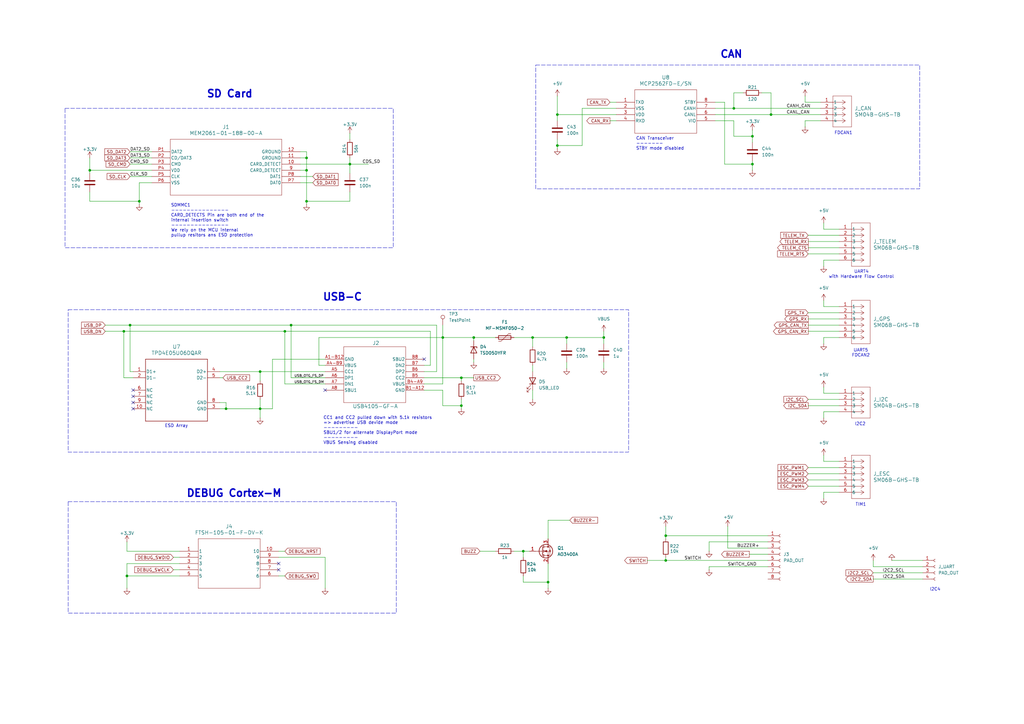
<source format=kicad_sch>
(kicad_sch (version 20250114) (generator "eeschema") (generator_version "9.0")
  (paper "A3")
  (lib_symbols
    (symbol "Connector:Conn_01x04_Socket" (pin_names (offset 1.016) (hide yes))
      (property "Reference" "J" (at 0 5.08 0))
      (property "Value" "Conn_01x04_Socket" (at 0 -7.62 0))
      (symbol "Conn_01x04_Socket_1_1"
        (pin passive line (at -5.08 2.54 0) (length 3.81) (name "Pin_1") (number "1"))
        (pin passive line (at -5.08 0 0) (length 3.81) (name "Pin_2") (number "2"))
        (pin passive line (at -5.08 -2.54 0) (length 3.81) (name "Pin_3") (number "3"))
        (pin passive line (at -5.08 -5.08 0) (length 3.81) (name "Pin_4") (number "4"))
      )
    )
    (symbol "Connector:Conn_01x08_Socket" (pin_names (offset 1.016) (hide yes))
      (property "Reference" "J" (at 0 10.16 0))
      (property "Value" "Conn_01x08_Socket" (at 0 -12.7 0))
      (symbol "Conn_01x08_Socket_1_1"
        (pin passive line (at -5.08 7.62 0) (length 3.81) (name "Pin_1") (number "1"))
        (pin passive line (at -5.08 5.08 0) (length 3.81) (name "Pin_2") (number "2"))
        (pin passive line (at -5.08 2.54 0) (length 3.81) (name "Pin_3") (number "3"))
        (pin passive line (at -5.08 0 0) (length 3.81) (name "Pin_4") (number "4"))
        (pin passive line (at -5.08 -2.54 0) (length 3.81) (name "Pin_5") (number "5"))
        (pin passive line (at -5.08 -5.08 0) (length 3.81) (name "Pin_6") (number "6"))
        (pin passive line (at -5.08 -7.62 0) (length 3.81) (name "Pin_7") (number "7"))
        (pin passive line (at -5.08 -10.16 0) (length 3.81) (name "Pin_8") (number "8"))
      )
    )
    (symbol "Connector:TestPoint" (pin_numbers (hide yes)) (pin_names (offset 0.762) (hide yes))
      (property "Reference" "TP" (at 0 6.858 0))
      (property "Value" "TestPoint" (at 0 5.08 0))
      (symbol "TestPoint_1_1"
        (pin passive line (at 0 0 90) (length 2.54) (name "1") (number "1"))
      )
    )
    (symbol "Device:C" (pin_numbers (hide yes)) (pin_names (offset 0.254))
      (property "Reference" "C" (at 0.635 2.54 0))
      (property "Value" "C" (at 0.635 -2.54 0))
      (symbol "C_1_1"
        (pin passive line (at 0 3.81 270) (length 2.794) (name "~") (number "1"))
        (pin passive line (at 0 -3.81 90) (length 2.794) (name "~") (number "2"))
      )
    )
    (symbol "Device:LED" (pin_numbers (hide yes)) (pin_names (offset 1.016) (hide yes))
      (property "Reference" "D" (at 0 2.54 0))
      (property "Value" "LED" (at 0 -2.54 0))
      (symbol "LED_1_1"
        (pin passive line (at -3.81 0 0) (length 2.54) (name "K") (number "1"))
        (pin passive line (at 3.81 0 180) (length 2.54) (name "A") (number "2"))
      )
    )
    (symbol "Device:Polyfuse" (pin_numbers (hide yes)) (pin_names (offset 0))
      (property "Reference" "F" (at -2.54 0 90))
      (property "Value" "Polyfuse" (at 2.54 0 90))
      (symbol "Polyfuse_1_1"
        (pin passive line (at 0 3.81 270) (length 1.27) (name "~") (number "1"))
        (pin passive line (at 0 -3.81 90) (length 1.27) (name "~") (number "2"))
      )
    )
    (symbol "Device:R" (pin_numbers (hide yes)) (pin_names (offset 0))
      (property "Reference" "R" (at 2.032 0 90))
      (property "Value" "R" (at 0 0 90))
      (symbol "R_1_1"
        (pin passive line (at 0 3.81 270) (length 1.27) (name "~") (number "1"))
        (pin passive line (at 0 -3.81 90) (length 1.27) (name "~") (number "2"))
      )
    )
    (symbol "Diode:ESD5Zxx" (pin_numbers (hide yes)) (pin_names (hide yes))
      (property "Reference" "D" (at 0 2.54 0))
      (property "Value" "ESD5Zxx" (at 0 -2.54 0))
      (symbol "ESD5Zxx_1_1"
        (pin passive line (at -3.81 0 0) (length 2.54) (name "K") (number "1"))
        (pin passive line (at 3.81 0 180) (length 2.54) (name "A") (number "2"))
      )
    )
    (symbol "FTSH-105-import:FTSH-105-01-F-DV-K" (pin_names (offset 0.254))
      (property "Reference" "J" (at 20.32 10.16 0))
      (property "Value" "FTSH-105-01-F-DV-K" (at 20.32 7.62 0))
      (symbol "FTSH-105-01-F-DV-K_0_1"
        (pin unspecified line (at 0 0 0) (length 7.62) (name "1") (number "1"))
        (pin unspecified line (at 0 -2.54 0) (length 7.62) (name "2") (number "2"))
        (pin unspecified line (at 0 -5.08 0) (length 7.62) (name "3") (number "3"))
        (pin unspecified line (at 0 -7.62 0) (length 7.62) (name "4") (number "4"))
        (pin unspecified line (at 0 -10.16 0) (length 7.62) (name "5") (number "5"))
        (pin unspecified line (at 40.64 0 180) (length 7.62) (name "10") (number "10"))
        (pin unspecified line (at 40.64 -2.54 180) (length 7.62) (name "9") (number "9"))
        (pin unspecified line (at 40.64 -5.08 180) (length 7.62) (name "8") (number "8"))
        (pin unspecified line (at 40.64 -7.62 180) (length 7.62) (name "7") (number "7"))
        (pin unspecified line (at 40.64 -10.16 180) (length 7.62) (name "6") (number "6"))
      )
    )
    (symbol "GH-4P-import:SM04B-GHS-TB" (pin_names (offset 0.254))
      (property "Reference" "J" (at 8.89 6.35 0))
      (property "Value" "SM04B-GHS-TB" (at 0 0 0))
      (symbol "SM04B-GHS-TB_1_1"
        (pin unspecified line (at 0 0 0) (length 5.08) (name "1") (number "1"))
        (pin unspecified line (at 0 -2.54 0) (length 5.08) (name "2") (number "2"))
        (pin unspecified line (at 0 -5.08 0) (length 5.08) (name "3") (number "3"))
        (pin unspecified line (at 0 -7.62 0) (length 5.08) (name "4") (number "4"))
      )
      (symbol "SM04B-GHS-TB_1_2"
        (pin unspecified line (at 0 0 0) (length 5.08) (name "1") (number "1"))
        (pin unspecified line (at 0 -2.54 0) (length 5.08) (name "2") (number "2"))
        (pin unspecified line (at 0 -5.08 0) (length 5.08) (name "3") (number "3"))
        (pin unspecified line (at 0 -7.62 0) (length 5.08) (name "4") (number "4"))
      )
    )
    (symbol "GH-6P-import:SM06B-GHS-TB" (pin_names (offset 0.254))
      (property "Reference" "J" (at 8.89 6.35 0))
      (property "Value" "SM06B-GHS-TB" (at 0 0 0))
      (symbol "SM06B-GHS-TB_1_1"
        (pin unspecified line (at 0 0 0) (length 5.08) (name "1") (number "1"))
        (pin unspecified line (at 0 -2.54 0) (length 5.08) (name "2") (number "2"))
        (pin unspecified line (at 0 -5.08 0) (length 5.08) (name "3") (number "3"))
        (pin unspecified line (at 0 -7.62 0) (length 5.08) (name "4") (number "4"))
        (pin unspecified line (at 0 -10.16 0) (length 5.08) (name "5") (number "5"))
        (pin unspecified line (at 0 -12.7 0) (length 5.08) (name "6") (number "6"))
      )
      (symbol "SM06B-GHS-TB_1_2"
        (pin unspecified line (at 0 0 0) (length 5.08) (name "1") (number "1"))
        (pin unspecified line (at 0 -2.54 0) (length 5.08) (name "2") (number "2"))
        (pin unspecified line (at 0 -5.08 0) (length 5.08) (name "3") (number "3"))
        (pin unspecified line (at 0 -7.62 0) (length 5.08) (name "4") (number "4"))
        (pin unspecified line (at 0 -10.16 0) (length 5.08) (name "5") (number "5"))
        (pin unspecified line (at 0 -12.7 0) (length 5.08) (name "6") (number "6"))
      )
    )
    (symbol "MCP2562FD-E-SN-import:MCP2562FD-E_SN" (pin_names (offset 0.254))
      (property "Reference" "U" (at 20.32 10.16 0))
      (property "Value" "MCP2562FD-E/SN" (at 20.32 7.62 0))
      (symbol "MCP2562FD-E_SN_0_1"
        (pin input line (at 0 0 0) (length 7.62) (name "TXD") (number "1"))
        (pin power_in line (at 0 -2.54 0) (length 7.62) (name "VSS") (number "2"))
        (pin power_in line (at 0 -5.08 0) (length 7.62) (name "VDD") (number "3"))
        (pin output line (at 0 -7.62 0) (length 7.62) (name "RXD") (number "4"))
        (pin input line (at 40.64 0 180) (length 7.62) (name "STBY") (number "8"))
        (pin bidirectional line (at 40.64 -2.54 180) (length 7.62) (name "CANH") (number "7"))
        (pin bidirectional line (at 40.64 -5.08 180) (length 7.62) (name "CANL") (number "6"))
        (pin power_in line (at 40.64 -7.62 180) (length 7.62) (name "VIO") (number "5"))
      )
    )
    (symbol "MEM2061-import:MEM2061-01-188-00-A" (pin_names (offset 0.254))
      (property "Reference" "J" (at 30.48 10.16 0))
      (property "Value" "MEM2061-01-188-00-A" (at 30.48 7.62 0))
      (symbol "MEM2061-01-188-00-A_0_1"
        (pin bidirectional line (at 0 0 0) (length 7.62) (name "DAT2") (number "P1"))
        (pin bidirectional line (at 0 -2.54 0) (length 7.62) (name "CD/DAT3") (number "P2"))
        (pin bidirectional line (at 0 -5.08 0) (length 7.62) (name "CMD") (number "P3"))
        (pin power_in line (at 0 -7.62 0) (length 7.62) (name "VDD") (number "P4"))
        (pin unspecified line (at 0 -10.16 0) (length 7.62) (name "CLK") (number "P5"))
        (pin power_out line (at 0 -12.7 0) (length 7.62) (name "VSS") (number "P6"))
        (pin power_out line (at 60.96 0 180) (length 7.62) (name "GROUND") (number "12"))
        (pin power_out line (at 60.96 -2.54 180) (length 7.62) (name "GROUND") (number "11"))
        (pin unspecified line (at 60.96 -5.08 180) (length 7.62) (name "CARD_DETECT") (number "10"))
        (pin unspecified line (at 60.96 -7.62 180) (length 7.62) (name "CARD_DETECT") (number "9"))
        (pin bidirectional line (at 60.96 -10.16 180) (length 7.62) (name "DAT1") (number "P8"))
        (pin bidirectional line (at 60.96 -12.7 180) (length 7.62) (name "DAT0") (number "P7"))
      )
    )
    (symbol "TPD4E05U06-import:TPD4E05U06DQAR" (pin_names (offset 0.254))
      (property "Reference" "U" (at 0 2.54 0))
      (property "Value" "TPD4E05U06DQAR" (at 0 0 0))
      (symbol "TPD4E05U06DQAR_0_1"
        (pin bidirectional line (at -17.78 7.62 0) (length 5.08) (name "D1+") (number "1"))
        (pin bidirectional line (at -17.78 5.08 0) (length 5.08) (name "D1-") (number "2"))
        (pin unspecified line (at -17.78 0 0) (length 5.08) (name "NC") (number "6"))
        (pin unspecified line (at -17.78 -2.54 0) (length 5.08) (name "NC") (number "7"))
        (pin unspecified line (at -17.78 -5.08 0) (length 5.08) (name "NC") (number "9"))
        (pin unspecified line (at -17.78 -7.62 0) (length 5.08) (name "NC") (number "10"))
        (pin bidirectional line (at 17.78 7.62 180) (length 5.08) (name "D2+") (number "4"))
        (pin bidirectional line (at 17.78 5.08 180) (length 5.08) (name "D2-") (number "5"))
        (pin power_in line (at 17.78 -5.08 180) (length 5.08) (name "GND") (number "8"))
        (pin power_in line (at 17.78 -7.62 180) (length 5.08) (name "GND") (number "3"))
      )
    )
    (symbol "Transistor_FET:AO3400A" (pin_names (offset 0) (hide yes))
      (property "Reference" "Q" (at 5.08 1.905 0))
      (property "Value" "AO3400A" (at 5.08 0 0))
      (symbol "AO3400A_1_1"
        (pin input line (at -5.08 0 0) (length 2.54) (name "G") (number "1"))
        (pin passive line (at 2.54 5.08 270) (length 2.54) (name "D") (number "3"))
        (pin passive line (at 2.54 -5.08 90) (length 2.54) (name "S") (number "2"))
      )
    )
    (symbol "USB4105-import:USB4105-GF-A" (pin_names (offset 0.254))
      (property "Reference" "J" (at 20.32 10.16 0))
      (property "Value" "USB4105-GF-A" (at 20.32 7.62 0))
      (symbol "USB4105-GF-A_0_1"
        (pin power_out line (at 0 0 0) (length 7.62) (name "GND") (number "A1-B12"))
        (pin power_in line (at 0 -2.54 0) (length 7.62) (name "VBUS") (number "A4-B9"))
        (pin bidirectional line (at 0 -5.08 0) (length 7.62) (name "CC1") (number "A5"))
        (pin bidirectional line (at 0 -7.62 0) (length 7.62) (name "DP1") (number "A6"))
        (pin bidirectional line (at 0 -10.16 0) (length 7.62) (name "DN1") (number "A7"))
        (pin bidirectional line (at 0 -12.7 0) (length 7.62) (name "SBU1") (number "A8"))
        (pin bidirectional line (at 40.64 0 180) (length 7.62) (name "SBU2") (number "B8"))
        (pin bidirectional line (at 40.64 -2.54 180) (length 7.62) (name "DN2") (number "B7"))
        (pin bidirectional line (at 40.64 -5.08 180) (length 7.62) (name "DP2") (number "B6"))
        (pin bidirectional line (at 40.64 -7.62 180) (length 7.62) (name "CC2") (number "B5"))
        (pin power_in line (at 40.64 -10.16 180) (length 7.62) (name "VBUS") (number "B4-A9"))
        (pin power_out line (at 40.64 -12.7 180) (length 7.62) (name "GND") (number "B1-A12"))
      )
    )
    (symbol "power:+3.3V" (power) (pin_numbers (hide yes)) (pin_names (offset 0) (hide yes))
      (property "Value" "+3.3V" (at 0 3.556 0))
      (symbol "+3.3V_1_1"
        (pin power_in line (at 0 0 90) (length 0) (name "~") (number "1"))
      )
    )
    (symbol "power:+5V" (power) (pin_numbers (hide yes)) (pin_names (offset 0) (hide yes))
      (property "Value" "+5V" (at 0 3.556 0))
      (symbol "+5V_1_1"
        (pin power_in line (at 0 0 90) (length 0) (name "~") (number "1"))
      )
    )
    (symbol "power:GND" (power) (pin_numbers (hide yes)) (pin_names (offset 0) (hide yes))
      (property "Value" "GND" (at 0 -3.81 0))
      (symbol "GND_1_1"
        (pin power_in line (at 0 0 270) (length 0) (name "~") (number "1"))
      )
    )
    (symbol "power:VBUS" (power) (pin_numbers (hide yes)) (pin_names (offset 0) (hide yes))
      (property "Value" "VBUS" (at 0 3.556 0))
      (symbol "VBUS_1_1"
        (pin power_in line (at 0 0 90) (length 0) (name "~") (number "1"))
      )
    )
  )
  (text "DEBUG Cortex-M" (at 96.012 202.438 0) (effects (font (size 3 3) (thickness 0.6) (bold yes))))
  (text "I2C2" (at 352.806 173.99 0) (effects (font (size 1.27 1.27))))
  (text "SDMMC1\n---------------\nCARD_DETECTS Pin are both end of the \ninternal insertion switch\n---------------\nWe rely on the MCU internal \npullup resitors ans ESD protection" (at 70.104 90.424 0) (effects (font (size 1.27 1.27) (thickness 0.1588)) (justify left)))
  (text "ESD Array\n" (at 67.564 174.752 0) (effects (font (size 1.27 1.27) (thickness 0.1588)) (justify left)))
  (text "CAN\n" (at 299.974 22.352 0) (effects (font (size 3 3) (thickness 0.6) (bold yes))))
  (text "FDCAN1" (at 345.948 54.61 0) (effects (font (size 1.27 1.27))))
  (text "CC1 and CC2 pulled down with 5.1k resistors\n=> advertise USB devide mode\n---------\nSBU1/2 for alternate DisplayPort mode\n---------\nVBUS Sensing disabled" (at 132.588 176.53 0) (effects (font (size 1.27 1.27) (thickness 0.1588)) (justify left)))
  (text "CAN Transceiver\n-------\nSTBY mode disabled " (at 260.858 58.928 0) (effects (font (size 1.27 1.27)) (justify left)))
  (text "TIM1" (at 353.06 207.01 0) (effects (font (size 1.27 1.27))))
  (text "SD Card\n" (at 94.234 38.608 0) (effects (font (size 3 3) (thickness 0.6) (bold yes))))
  (text "I2C4\n" (at 383.54 241.808 0) (effects (font (size 1.27 1.27))))
  (text "UART4\nwith Hardware Flow Control" (at 353.314 112.522 0) (effects (font (size 1.27 1.27))))
  (text "UART5\nFDCAN2" (at 353.06 144.78 0) (effects (font (size 1.27 1.27))))
  (text "USB-C\n" (at 140.462 121.92 0) (effects (font (size 3 3) (thickness 0.6) (bold yes))))
  (text_box "" (at 219.71 26.67 0) (size 157.48 50.8) (margins 0.9525 0.9525 0.9525 0.9525) (stroke (width 0) (type dash)) (effects (font (size 1.27 1.27)) (justify left top)))
  (text_box "" (at 27.94 127 0) (size 229.87 58.42) (margins 0.9525 0.9525 0.9525 0.9525) (stroke (width 0) (type dash)) (effects (font (size 1.27 1.27)) (justify left top)))
  (text_box "" (at 26.67 44.45 0) (size 134.62 57.15) (margins 0.9525 0.9525 0.9525 0.9525) (stroke (width 0) (type dash)) (effects (font (size 1.27 1.27)) (justify left top)))
  (text_box "" (at 27.94 205.74 0) (size 134.62 45.72) (margins 0.9525 0.9525 0.9525 0.9525) (stroke (width 0) (type dash)) (effects (font (size 1.27 1.27)) (justify left top)))
  (junction (at 218.44 138.43))
  (junction (at 36.83 69.85))
  (junction (at 316.23 46.99))
  (junction (at 125.73 64.77))
  (junction (at 300.99 44.45))
  (junction (at 214.63 226.06))
  (junction (at 273.05 229.87))
  (junction (at 125.73 69.85))
  (junction (at 308.61 67.31))
  (junction (at 232.41 138.43))
  (junction (at 52.07 236.22))
  (junction (at 119.38 133.35))
  (junction (at 50.8 135.89))
  (junction (at 189.23 166.37))
  (junction (at 308.61 55.88))
  (junction (at 224.79 238.76))
  (junction (at 106.68 152.4))
  (junction (at 247.65 138.43))
  (junction (at 194.31 138.43))
  (junction (at 116.84 135.89))
  (junction (at 53.34 133.35))
  (junction (at 106.68 167.64))
  (junction (at 273.05 219.71))
  (junction (at 57.15 82.55))
  (junction (at 143.51 67.31))
  (junction (at 92.71 167.64))
  (junction (at 181.61 138.43))
  (junction (at 228.6 59.69))
  (junction (at 125.73 82.55))
  (junction (at 189.23 154.94))
  (junction (at 228.6 46.99))
  (no_connect (at 173.99 147.32))
  (no_connect (at 114.3 233.68))
  (no_connect (at 54.61 160.02))
  (no_connect (at 54.61 165.1))
  (no_connect (at 133.35 160.02))
  (no_connect (at 114.3 231.14))
  (no_connect (at 54.61 162.56))
  (no_connect (at 54.61 167.64))
  (wire (pts (xy 111.76 147.32) (xy 111.76 167.64)))
  (wire (pts (xy 57.15 82.55) (xy 57.15 83.82)))
  (wire (pts (xy 123.19 72.39) (xy 128.27 72.39)))
  (wire (pts (xy 304.8 38.1) (xy 300.99 38.1)))
  (wire (pts (xy 125.73 69.85) (xy 125.73 82.55)))
  (wire (pts (xy 43.18 135.89) (xy 50.8 135.89)))
  (wire (pts (xy 331.47 128.27) (xy 344.17 128.27)))
  (wire (pts (xy 218.44 149.86) (xy 218.44 152.4)))
  (wire (pts (xy 316.23 38.1) (xy 316.23 46.99)))
  (wire (pts (xy 36.83 82.55) (xy 57.15 82.55)))
  (wire (pts (xy 344.17 189.23) (xy 337.82 189.23)))
  (wire (pts (xy 143.51 67.31) (xy 143.51 71.12)))
  (wire (pts (xy 71.12 228.6) (xy 73.66 228.6)))
  (wire (pts (xy 143.51 64.77) (xy 143.51 67.31)))
  (wire (pts (xy 179.07 133.35) (xy 119.38 133.35)))
  (wire (pts (xy 106.68 152.4) (xy 106.68 156.21)))
  (wire (pts (xy 114.3 236.22) (xy 116.84 236.22)))
  (wire (pts (xy 331.47 99.06) (xy 344.17 99.06)))
  (wire (pts (xy 238.76 59.69) (xy 228.6 59.69)))
  (wire (pts (xy 53.34 133.35) (xy 53.34 152.4)))
  (wire (pts (xy 116.84 135.89) (xy 116.84 157.48)))
  (wire (pts (xy 344.17 168.91) (xy 337.82 168.91)))
  (wire (pts (xy 73.66 231.14) (xy 52.07 231.14)))
  (wire (pts (xy 290.83 222.25) (xy 314.96 222.25)))
  (wire (pts (xy 179.07 152.4) (xy 179.07 133.35)))
  (wire (pts (xy 273.05 229.87) (xy 314.96 229.87)))
  (wire (pts (xy 336.55 49.53) (xy 330.2 49.53)))
  (wire (pts (xy 90.17 154.94) (xy 91.44 154.94)))
  (wire (pts (xy 297.18 67.31) (xy 308.61 67.31)))
  (wire (pts (xy 57.15 74.93) (xy 57.15 82.55)))
  (wire (pts (xy 293.37 49.53) (xy 300.99 49.53)))
  (wire (pts (xy 378.46 232.41) (xy 358.14 232.41)))
  (wire (pts (xy 189.23 166.37) (xy 189.23 167.64)))
  (wire (pts (xy 297.18 41.91) (xy 297.18 67.31)))
  (wire (pts (xy 232.41 138.43) (xy 247.65 138.43)))
  (wire (pts (xy 123.19 67.31) (xy 143.51 67.31)))
  (wire (pts (xy 273.05 219.71) (xy 314.96 219.71)))
  (wire (pts (xy 196.85 226.06) (xy 203.2 226.06)))
  (wire (pts (xy 181.61 138.43) (xy 181.61 157.48)))
  (wire (pts (xy 53.34 152.4) (xy 54.61 152.4)))
  (wire (pts (xy 250.19 41.91) (xy 252.73 41.91)))
  (wire (pts (xy 90.17 152.4) (xy 106.68 152.4)))
  (wire (pts (xy 252.73 44.45) (xy 238.76 44.45)))
  (wire (pts (xy 53.34 133.35) (xy 119.38 133.35)))
  (wire (pts (xy 300.99 38.1) (xy 300.99 44.45)))
  (wire (pts (xy 293.37 46.99) (xy 316.23 46.99)))
  (wire (pts (xy 300.99 44.45) (xy 336.55 44.45)))
  (wire (pts (xy 293.37 41.91) (xy 297.18 41.91)))
  (wire (pts (xy 106.68 163.83) (xy 106.68 167.64)))
  (wire (pts (xy 273.05 228.6) (xy 273.05 229.87)))
  (wire (pts (xy 71.12 233.68) (xy 73.66 233.68)))
  (wire (pts (xy 250.19 49.53) (xy 252.73 49.53)))
  (wire (pts (xy 228.6 46.99) (xy 228.6 49.53)))
  (wire (pts (xy 308.61 67.31) (xy 308.61 69.85)))
  (wire (pts (xy 337.82 93.98) (xy 337.82 91.44)))
  (wire (pts (xy 52.07 236.22) (xy 73.66 236.22)))
  (wire (pts (xy 125.73 62.23) (xy 125.73 64.77)))
  (wire (pts (xy 214.63 238.76) (xy 224.79 238.76)))
  (wire (pts (xy 90.17 167.64) (xy 92.71 167.64)))
  (wire (pts (xy 308.61 55.88) (xy 308.61 58.42)))
  (wire (pts (xy 119.38 133.35) (xy 119.38 154.94)))
  (wire (pts (xy 358.14 237.49) (xy 378.46 237.49)))
  (wire (pts (xy 331.47 199.39) (xy 344.17 199.39)))
  (wire (pts (xy 358.14 234.95) (xy 378.46 234.95)))
  (wire (pts (xy 123.19 69.85) (xy 125.73 69.85)))
  (wire (pts (xy 50.8 154.94) (xy 50.8 135.89)))
  (wire (pts (xy 53.34 62.23) (xy 62.23 62.23)))
  (wire (pts (xy 123.19 74.93) (xy 128.27 74.93)))
  (wire (pts (xy 114.3 226.06) (xy 116.84 226.06)))
  (wire (pts (xy 316.23 46.99) (xy 336.55 46.99)))
  (wire (pts (xy 344.17 106.68) (xy 337.82 106.68)))
  (wire (pts (xy 53.34 72.39) (xy 62.23 72.39)))
  (wire (pts (xy 210.82 226.06) (xy 214.63 226.06)))
  (wire (pts (xy 331.47 130.81) (xy 344.17 130.81)))
  (wire (pts (xy 62.23 74.93) (xy 57.15 74.93)))
  (wire (pts (xy 337.82 125.73) (xy 337.82 123.19)))
  (wire (pts (xy 331.47 101.6) (xy 344.17 101.6)))
  (wire (pts (xy 224.79 213.36) (xy 233.68 213.36)))
  (wire (pts (xy 330.2 39.37) (xy 330.2 41.91)))
  (wire (pts (xy 224.79 238.76) (xy 224.79 241.3)))
  (wire (pts (xy 308.61 55.88) (xy 308.61 53.34)))
  (wire (pts (xy 52.07 231.14) (xy 52.07 236.22)))
  (wire (pts (xy 337.82 201.93) (xy 337.82 204.47)))
  (wire (pts (xy 143.51 67.31) (xy 151.13 67.31)))
  (wire (pts (xy 218.44 160.02) (xy 218.44 163.83)))
  (wire (pts (xy 189.23 156.21) (xy 189.23 154.94)))
  (wire (pts (xy 111.76 147.32) (xy 133.35 147.32)))
  (wire (pts (xy 337.82 106.68) (xy 337.82 109.22)))
  (wire (pts (xy 181.61 160.02) (xy 173.99 160.02)))
  (wire (pts (xy 133.35 149.86) (xy 130.81 149.86)))
  (wire (pts (xy 273.05 219.71) (xy 273.05 220.98)))
  (wire (pts (xy 358.14 232.41) (xy 358.14 229.87)))
  (wire (pts (xy 123.19 62.23) (xy 125.73 62.23)))
  (wire (pts (xy 210.82 138.43) (xy 218.44 138.43)))
  (wire (pts (xy 331.47 133.35) (xy 344.17 133.35)))
  (wire (pts (xy 290.83 232.41) (xy 290.83 233.68)))
  (wire (pts (xy 106.68 167.64) (xy 111.76 167.64)))
  (wire (pts (xy 331.47 135.89) (xy 344.17 135.89)))
  (wire (pts (xy 344.17 93.98) (xy 337.82 93.98)))
  (wire (pts (xy 224.79 220.98) (xy 224.79 213.36)))
  (wire (pts (xy 307.34 227.33) (xy 314.96 227.33)))
  (wire (pts (xy 308.61 66.04) (xy 308.61 67.31)))
  (wire (pts (xy 378.46 229.87) (xy 365.76 229.87)))
  (wire (pts (xy 36.83 64.77) (xy 36.83 69.85)))
  (wire (pts (xy 214.63 226.06) (xy 217.17 226.06)))
  (wire (pts (xy 176.53 135.89) (xy 116.84 135.89)))
  (wire (pts (xy 247.65 148.59) (xy 247.65 151.13)))
  (wire (pts (xy 265.43 229.87) (xy 273.05 229.87)))
  (wire (pts (xy 238.76 44.45) (xy 238.76 59.69)))
  (wire (pts (xy 314.96 224.79) (xy 298.45 224.79)))
  (wire (pts (xy 92.71 167.64) (xy 106.68 167.64)))
  (wire (pts (xy 36.83 78.74) (xy 36.83 82.55)))
  (wire (pts (xy 331.47 96.52) (xy 344.17 96.52)))
  (wire (pts (xy 189.23 154.94) (xy 173.99 154.94)))
  (wire (pts (xy 73.66 226.06) (xy 52.07 226.06)))
  (wire (pts (xy 173.99 152.4) (xy 179.07 152.4)))
  (wire (pts (xy 232.41 138.43) (xy 232.41 140.97)))
  (wire (pts (xy 130.81 138.43) (xy 181.61 138.43)))
  (wire (pts (xy 133.35 228.6) (xy 133.35 241.3)))
  (wire (pts (xy 119.38 154.94) (xy 133.35 154.94)))
  (wire (pts (xy 218.44 138.43) (xy 232.41 138.43)))
  (wire (pts (xy 181.61 157.48) (xy 173.99 157.48)))
  (wire (pts (xy 114.3 228.6) (xy 133.35 228.6)))
  (wire (pts (xy 300.99 55.88) (xy 308.61 55.88)))
  (wire (pts (xy 337.82 161.29) (xy 344.17 161.29)))
  (wire (pts (xy 125.73 64.77) (xy 125.73 69.85)))
  (wire (pts (xy 53.34 64.77) (xy 62.23 64.77)))
  (wire (pts (xy 330.2 49.53) (xy 330.2 52.07)))
  (wire (pts (xy 52.07 226.06) (xy 52.07 222.25)))
  (wire (pts (xy 331.47 191.77) (xy 344.17 191.77)))
  (wire (pts (xy 344.17 125.73) (xy 337.82 125.73)))
  (wire (pts (xy 189.23 166.37) (xy 181.61 166.37)))
  (wire (pts (xy 330.2 41.91) (xy 336.55 41.91)))
  (wire (pts (xy 52.07 236.22) (xy 52.07 241.3)))
  (wire (pts (xy 224.79 231.14) (xy 224.79 238.76)))
  (wire (pts (xy 298.45 215.9) (xy 298.45 224.79)))
  (wire (pts (xy 228.6 46.99) (xy 252.73 46.99)))
  (wire (pts (xy 293.37 44.45) (xy 300.99 44.45)))
  (wire (pts (xy 337.82 189.23) (xy 337.82 186.69)))
  (wire (pts (xy 331.47 163.83) (xy 344.17 163.83)))
  (wire (pts (xy 90.17 165.1) (xy 92.71 165.1)))
  (wire (pts (xy 337.82 138.43) (xy 337.82 140.97)))
  (wire (pts (xy 176.53 149.86) (xy 176.53 135.89)))
  (wire (pts (xy 337.82 168.91) (xy 337.82 171.45)))
  (wire (pts (xy 173.99 149.86) (xy 176.53 149.86)))
  (wire (pts (xy 125.73 82.55) (xy 125.73 83.82)))
  (wire (pts (xy 331.47 166.37) (xy 344.17 166.37)))
  (wire (pts (xy 125.73 82.55) (xy 143.51 82.55)))
  (wire (pts (xy 194.31 138.43) (xy 203.2 138.43)))
  (wire (pts (xy 123.19 64.77) (xy 125.73 64.77)))
  (wire (pts (xy 337.82 158.75) (xy 337.82 161.29)))
  (wire (pts (xy 300.99 49.53) (xy 300.99 55.88)))
  (wire (pts (xy 218.44 138.43) (xy 218.44 142.24)))
  (wire (pts (xy 143.51 54.61) (xy 143.51 57.15)))
  (wire (pts (xy 189.23 154.94) (xy 194.31 154.94)))
  (wire (pts (xy 133.35 152.4) (xy 106.68 152.4)))
  (wire (pts (xy 344.17 201.93) (xy 337.82 201.93)))
  (wire (pts (xy 314.96 232.41) (xy 290.83 232.41)))
  (wire (pts (xy 92.71 165.1) (xy 92.71 167.64)))
  (wire (pts (xy 312.42 38.1) (xy 316.23 38.1)))
  (wire (pts (xy 247.65 138.43) (xy 247.65 140.97)))
  (wire (pts (xy 247.65 135.89) (xy 247.65 138.43)))
  (wire (pts (xy 181.61 138.43) (xy 194.31 138.43)))
  (wire (pts (xy 214.63 226.06) (xy 214.63 228.6)))
  (wire (pts (xy 331.47 194.31) (xy 344.17 194.31)))
  (wire (pts (xy 344.17 138.43) (xy 337.82 138.43)))
  (wire (pts (xy 273.05 215.9) (xy 273.05 219.71)))
  (wire (pts (xy 232.41 148.59) (xy 232.41 151.13)))
  (wire (pts (xy 36.83 69.85) (xy 36.83 71.12)))
  (wire (pts (xy 116.84 157.48) (xy 133.35 157.48)))
  (wire (pts (xy 194.31 138.43) (xy 194.31 139.7)))
  (wire (pts (xy 181.61 133.35) (xy 181.61 138.43)))
  (wire (pts (xy 331.47 196.85) (xy 344.17 196.85)))
  (wire (pts (xy 189.23 163.83) (xy 189.23 166.37)))
  (wire (pts (xy 228.6 57.15) (xy 228.6 59.69)))
  (wire (pts (xy 214.63 236.22) (xy 214.63 238.76)))
  (wire (pts (xy 194.31 147.32) (xy 194.31 148.59)))
  (wire (pts (xy 106.68 167.64) (xy 106.68 171.45)))
  (wire (pts (xy 181.61 160.02) (xy 181.61 166.37)))
  (wire (pts (xy 43.18 133.35) (xy 53.34 133.35)))
  (wire (pts (xy 50.8 135.89) (xy 116.84 135.89)))
  (wire (pts (xy 53.34 67.31) (xy 62.23 67.31)))
  (wire (pts (xy 130.81 149.86) (xy 130.81 138.43)))
  (wire (pts (xy 290.83 222.25) (xy 290.83 226.06)))
  (wire (pts (xy 36.83 69.85) (xy 62.23 69.85)))
  (wire (pts (xy 143.51 78.74) (xy 143.51 82.55)))
  (wire (pts (xy 228.6 59.69) (xy 228.6 60.96)))
  (wire (pts (xy 228.6 46.99) (xy 228.6 39.37)))
  (wire (pts (xy 331.47 104.14) (xy 344.17 104.14)))
  (wire (pts (xy 54.61 154.94) (xy 50.8 154.94)))
  (label "CANH_CAN" (at 322.58 44.45 0))
  (label "SWITCH" (at 280.67 229.87 0))
  (label "CLK_SD" (at 53.34 72.39 0) (effects (font (thickness 0.1588))))
  (label "USB_OTG_FS_DM" (at 120.65 157.48 0) (effects (font (size 1 1))))
  (label "SWITCH_GND" (at 298.45 232.41 0))
  (label "CMD_SD" (at 53.34 67.31 0) (effects (font (thickness 0.1588))))
  (label "DAT3_SD" (at 53.34 64.77 0))
  (label "I2C2_SCL" (at 361.95 234.95 0))
  (label "USB_OTG_FS_DP" (at 120.65 154.94 0) (effects (font (size 1 1))))
  (label "I2C2_SDA" (at 361.95 237.49 0))
  (label "BUZZER+" (at 302.26 224.79 0))
  (label "CANL_CAN" (at 322.58 46.99 0))
  (label "DAT2_SD" (at 53.34 62.23 0))
  (label "CDS_SD" (at 148.59 67.31 0))
  (global_label "SD_DAT1" (shape input) (at 128.27 72.39 0) (property "Intersheetrefs" "${INTERSHEET_REFS}" (effects (hide yes))))
  (global_label "ESC_PWM3" (shape input) (at 331.47 196.85 180) (property "Intersheetrefs" "${INTERSHEET_REFS}" (effects (hide yes))))
  (global_label "DEBUG_NRST" (shape input) (at 116.84 226.06 0) (property "Intersheetrefs" "${INTERSHEET_REFS}" (effects (hide yes))))
  (global_label "SD_DAT0" (shape input) (at 128.27 74.93 0) (property "Intersheetrefs" "${INTERSHEET_REFS}" (effects (hide yes))))
  (global_label "DEBUG_SWDIO" (shape input) (at 71.12 228.6 180) (property "Intersheetrefs" "${INTERSHEET_REFS}" (effects (hide yes))))
  (global_label "USB_DN" (shape input) (at 43.18 135.89 180) (property "Intersheetrefs" "${INTERSHEET_REFS}" (effects (hide yes))))
  (global_label "CAN_TX" (shape input) (at 250.19 41.91 180) (property "Intersheetrefs" "${INTERSHEET_REFS}" (effects (hide yes))))
  (global_label "SD_CMD" (shape input) (at 53.34 67.31 180) (property "Intersheetrefs" "${INTERSHEET_REFS}" (effects (hide yes))))
  (global_label "ESC_PWM4" (shape input) (at 331.47 199.39 180) (property "Intersheetrefs" "${INTERSHEET_REFS}" (effects (hide yes))))
  (global_label "USB_CC2" (shape input) (at 91.44 154.94 0) (property "Intersheetrefs" "${INTERSHEET_REFS}" (effects (hide yes))))
  (global_label "TELEM_RX" (shape output) (at 331.47 99.06 180) (property "Intersheetrefs" "${INTERSHEET_REFS}" (effects (hide yes))))
  (global_label "SD_DAT2" (shape input) (at 53.34 62.23 180) (property "Intersheetrefs" "${INTERSHEET_REFS}" (effects (hide yes))))
  (global_label "I2C2_SDA" (shape output) (at 358.14 237.49 180) (property "Intersheetrefs" "${INTERSHEET_REFS}" (effects (hide yes))))
  (global_label "GPS_RX" (shape output) (at 331.47 130.81 180) (property "Intersheetrefs" "${INTERSHEET_REFS}" (effects (hide yes))))
  (global_label "GPS_CAN_RX" (shape output) (at 331.47 135.89 180) (property "Intersheetrefs" "${INTERSHEET_REFS}" (effects (hide yes))))
  (global_label "I2C_SDA" (shape output) (at 331.47 166.37 180) (property "Intersheetrefs" "${INTERSHEET_REFS}" (effects (hide yes))))
  (global_label "ESC_PWM1" (shape input) (at 331.47 191.77 180) (property "Intersheetrefs" "${INTERSHEET_REFS}" (effects (hide yes))))
  (global_label "TELEM_CTS" (shape output) (at 331.47 101.6 180) (property "Intersheetrefs" "${INTERSHEET_REFS}" (effects (hide yes))))
  (global_label "SD_CLK" (shape input) (at 53.34 72.39 180) (property "Intersheetrefs" "${INTERSHEET_REFS}" (effects (hide yes))))
  (global_label "SD_DAT3" (shape input) (at 53.34 64.77 180) (property "Intersheetrefs" "${INTERSHEET_REFS}" (effects (hide yes))))
  (global_label "I2C2_SCL" (shape input) (at 358.14 234.95 180) (property "Intersheetrefs" "${INTERSHEET_REFS}" (effects (hide yes))))
  (global_label "TELEM_TX" (shape input) (at 331.47 96.52 180) (property "Intersheetrefs" "${INTERSHEET_REFS}" (effects (hide yes))))
  (global_label "TELEM_RTS" (shape input) (at 331.47 104.14 180) (property "Intersheetrefs" "${INTERSHEET_REFS}" (effects (hide yes))))
  (global_label "I2C_SCL" (shape input) (at 331.47 163.83 180) (property "Intersheetrefs" "${INTERSHEET_REFS}" (effects (hide yes))))
  (global_label "GPS_CAN_TX" (shape output) (at 331.47 133.35 180) (property "Intersheetrefs" "${INTERSHEET_REFS}" (effects (hide yes))))
  (global_label "CAN_RX" (shape output) (at 250.19 49.53 180) (property "Intersheetrefs" "${INTERSHEET_REFS}" (effects (hide yes))))
  (global_label "SWITCH" (shape output) (at 265.43 229.87 180) (property "Intersheetrefs" "${INTERSHEET_REFS}" (effects (hide yes))))
  (global_label "DEBUG_SWO" (shape input) (at 116.84 236.22 0) (property "Intersheetrefs" "${INTERSHEET_REFS}" (effects (hide yes))))
  (global_label "DEBUG_SWCLK" (shape input) (at 71.12 233.68 180) (property "Intersheetrefs" "${INTERSHEET_REFS}" (effects (hide yes))))
  (global_label "BUZZER-" (shape input) (at 233.68 213.36 0) (property "Intersheetrefs" "${INTERSHEET_REFS}" (effects (hide yes))))
  (global_label "GPS_TX" (shape input) (at 331.47 128.27 180) (property "Intersheetrefs" "${INTERSHEET_REFS}" (effects (hide yes))))
  (global_label "ESC_PWM2" (shape input) (at 331.47 194.31 180) (property "Intersheetrefs" "${INTERSHEET_REFS}" (effects (hide yes))))
  (global_label "BUZZ" (shape input) (at 196.85 226.06 180) (property "Intersheetrefs" "${INTERSHEET_REFS}" (effects (hide yes))))
  (global_label "USB_DP" (shape input) (at 43.18 133.35 180) (property "Intersheetrefs" "${INTERSHEET_REFS}" (effects (hide yes))))
  (global_label "USB_CC2" (shape output) (at 194.31 154.94 0) (property "Intersheetrefs" "${INTERSHEET_REFS}" (effects (hide yes))))
  (global_label "BUZZER-" (shape output) (at 307.34 227.33 180) (property "Intersheetrefs" "${INTERSHEET_REFS}" (effects (hide yes))))
  (symbol (lib_id "power:GND") (at 218.44 163.83 0) (unit 1)
    (property "Reference" "#PWR069" (effects (hide yes)))
    (property "Description" "Power symbol creates a global label with name \"GND\" , ground" (effects (hide yes)))
  )
  (symbol (lib_id "power:+5V") (at 337.82 186.69 0) (mirror y) (unit 1)
    (property "Reference" "#PWR077" (effects (hide yes)))
    (property "Value" "+5V" (at 337.82 181.61 0))
    (property "Description" "Power symbol creates a global label with name \"+5V\"" (effects (hide yes)))
  )
  (symbol (lib_id "Diode:ESD5Zxx") (at 194.31 143.51 270) (unit 1)
    (property "Reference" "D4" (at 196.85 142.2399 90) (effects (justify left)))
    (property "Value" "TSD05DYFR" (at 196.85 144.7799 90) (effects (justify left)))
    (property "Footprint" "Diode_SMD:D_SOD-523" (effects (hide yes)))
    (property "Datasheet" "https://www.onsemi.com/pdf/datasheet/esd5z2.5t1-d.pdf" (effects (hide yes)))
    (property "Description" "ESD Protection Diode, SOD-523" (effects (hide yes)))
  )
  (symbol (lib_id "Device:LED") (at 218.44 156.21 270) (mirror x) (unit 1)
    (property "Reference" "D5" (at 220.98 156.5274 90) (effects (justify left)))
    (property "Value" "USB_LED" (at 220.98 159.0674 90) (effects (justify left)))
    (property "Description" "Light emitting diode" (effects (hide yes)))
    (property "Sim.Pins" "1=K 2=A" (effects (hide yes)))
  )
  (symbol (lib_id "power:GND") (at 189.23 167.64 0) (unit 1)
    (property "Reference" "#PWR039" (effects (hide yes)))
    (property "Description" "Power symbol creates a global label with name \"GND\" , ground" (effects (hide yes)))
  )
  (symbol (lib_id "power:GND") (at 247.65 151.13 0) (unit 1)
    (property "Reference" "#PWR067" (effects (hide yes)))
    (property "Description" "Power symbol creates a global label with name \"GND\" , ground" (effects (hide yes)))
  )
  (symbol (lib_id "Transistor_FET:AO3400A") (at 222.25 226.06 0) (unit 1)
    (property "Reference" "Q1" (at 228.6 224.7899 0) (effects (justify left)))
    (property "Value" "AO3400A" (at 228.6 227.3299 0) (effects (justify left)))
    (property "Footprint" "Package_TO_SOT_SMD:SOT-23" (effects (hide yes)))
    (property "Datasheet" "http://www.aosmd.com/pdfs/datasheet/AO3400A.pdf" (effects (hide yes)))
    (property "Description" "30V Vds, 5.7A Id, N-Channel MOSFET, SOT-23" (effects (hide yes)))
  )
  (symbol (lib_id "power:GND") (at 365.76 229.87 0) (mirror x) (unit 1)
    (property "Reference" "#PWR016" (effects (hide yes)))
    (property "Description" "Power symbol creates a global label with name \"GND\" , ground" (effects (hide yes)))
  )
  (symbol (lib_id "Device:C") (at 143.51 74.93 0) (unit 1)
    (property "Reference" "C37" (at 147.32 73.6599 0) (effects (justify left)))
    (property "Value" "100n" (at 147.32 76.1999 0) (effects (justify left)))
    (property "Description" "Unpolarized capacitor" (effects (hide yes)))
  )
  (symbol (lib_id "GH-4P-import:SM04B-GHS-TB") (at 344.17 161.29 0) (unit 1)
    (property "Reference" "J_I2C" (at 358.14 163.8299 0) (effects (font (size 1.524 1.524)) (justify left)))
    (property "Value" "SM04B-GHS-TB" (at 358.14 166.3699 0) (effects (font (size 1.524 1.524)) (justify left)))
    (property "Footprint" "CONN_SM04B-GHS-TB_JST" (effects (hide yes)))
    (property "Datasheet" "SM04B-GHS-TB" (effects (hide yes)))
  )
  (symbol (lib_id "power:+3.3V") (at 36.83 64.77 0) (unit 1)
    (property "Reference" "#PWR055" (effects (hide yes)))
    (property "Value" "+3.3V" (at 36.83 61.214 0))
    (property "Description" "Power symbol creates a global label with name \"+3.3V\"" (effects (hide yes)))
  )
  (symbol (lib_id "Device:R") (at 214.63 232.41 180) (unit 1)
    (property "Reference" "R24" (at 217.932 231.394 0))
    (property "Value" "10k" (at 218.186 233.68 0))
    (property "Description" "Resistor" (effects (hide yes)))
  )
  (symbol (lib_id "power:GND") (at 330.2 52.07 0) (mirror y) (unit 1)
    (property "Reference" "#PWR052" (effects (hide yes)))
    (property "Description" "Power symbol creates a global label with name \"GND\" , ground" (effects (hide yes)))
  )
  (symbol (lib_id "power:+5V") (at 337.82 91.44 0) (mirror y) (unit 1)
    (property "Reference" "#PWR045" (effects (hide yes)))
    (property "Value" "+5V" (at 337.82 86.36 0))
    (property "Description" "Power symbol creates a global label with name \"+5V\"" (effects (hide yes)))
  )
  (symbol (lib_id "power:GND") (at 228.6 60.96 0) (unit 1)
    (property "Reference" "#PWR071" (effects (hide yes)))
    (property "Description" "Power symbol creates a global label with name \"GND\" , ground" (effects (hide yes)))
  )
  (symbol (lib_id "power:+3.3V") (at 273.05 215.9 0) (unit 1)
    (property "Reference" "#PWR058" (effects (hide yes)))
    (property "Value" "+3.3V" (at 273.05 212.344 0))
    (property "Description" "Power symbol creates a global label with name \"+3.3V\"" (effects (hide yes)))
  )
  (symbol (lib_id "power:+5V") (at 330.2 39.37 0) (mirror y) (unit 1)
    (property "Reference" "#PWR051" (effects (hide yes)))
    (property "Value" "+5V" (at 330.2 34.29 0))
    (property "Description" "Power symbol creates a global label with name \"+5V\"" (effects (hide yes)))
  )
  (symbol (lib_id "GH-4P-import:SM04B-GHS-TB") (at 336.55 41.91 0) (unit 1)
    (property "Reference" "J_CAN" (at 350.52 44.4499 0) (effects (font (size 1.524 1.524)) (justify left)))
    (property "Value" "SM04B-GHS-TB" (at 350.52 46.9899 0) (effects (font (size 1.524 1.524)) (justify left)))
    (property "Footprint" "CONN_SM04B-GHS-TB_JST" (effects (hide yes)))
    (property "Datasheet" "SM04B-GHS-TB" (effects (hide yes)))
  )
  (symbol (lib_id "power:GND") (at 308.61 69.85 0) (unit 1)
    (property "Reference" "#PWR073" (effects (hide yes)))
    (property "Description" "Power symbol creates a global label with name \"GND\" , ground" (effects (hide yes)))
  )
  (symbol (lib_id "Device:C") (at 228.6 53.34 0) (unit 1)
    (property "Reference" "C43" (at 232.41 52.0699 0) (effects (justify left)))
    (property "Value" "100n" (at 232.41 54.6099 0) (effects (justify left)))
    (property "Description" "Unpolarized capacitor" (effects (hide yes)))
  )
  (symbol (lib_id "GH-6P-import:SM06B-GHS-TB") (at 344.17 125.73 0) (unit 1)
    (property "Reference" "J_GPS" (at 358.14 130.8099 0) (effects (font (size 1.524 1.524)) (justify left)))
    (property "Value" "SM06B-GHS-TB" (at 358.14 133.3499 0) (effects (font (size 1.524 1.524)) (justify left)))
    (property "Footprint" "CONN_SM06B-GHS-TB_JST" (effects (hide yes)))
    (property "Datasheet" "SM06B-GHS-TB" (effects (hide yes)))
  )
  (symbol (lib_id "MCP2562FD-E-SN-import:MCP2562FD-E_SN") (at 252.73 41.91 0) (unit 1)
    (property "Reference" "U8" (at 273.05 31.75 0) (effects (font (size 1.524 1.524))))
    (property "Value" "MCP2562FD-E/SN" (at 273.05 34.29 0) (effects (font (size 1.524 1.524))))
    (property "Footprint" "SOIC8-N_MC_MCH" (effects (hide yes)))
    (property "Datasheet" "MCP2562FD-E/SN" (effects (hide yes)))
  )
  (symbol (lib_id "Device:R") (at 273.05 224.79 180) (unit 1)
    (property "Reference" "R22" (at 276.606 224.028 0))
    (property "Value" "10k" (at 276.606 226.06 0))
    (property "Description" "Resistor" (effects (hide yes)))
  )
  (symbol (lib_id "Device:Polyfuse") (at 207.01 138.43 90) (unit 1)
    (property "Reference" "F1" (at 207.01 132.08 90))
    (property "Value" "MF-MSMF050-2" (at 207.01 134.62 90))
    (property "Description" "Resettable fuse, polymeric positive temperature coefficient" (effects (hide yes)))
  )
  (symbol (lib_id "GH-6P-import:SM06B-GHS-TB") (at 344.17 189.23 0) (unit 1)
    (property "Reference" "J_ESC" (at 358.14 194.3099 0) (effects (font (size 1.524 1.524)) (justify left)))
    (property "Value" "SM06B-GHS-TB" (at 358.14 196.8499 0) (effects (font (size 1.524 1.524)) (justify left)))
    (property "Footprint" "CONN_SM06B-GHS-TB_JST" (effects (hide yes)))
    (property "Datasheet" "SM06B-GHS-TB" (effects (hide yes)))
  )
  (symbol (lib_id "power:VBUS") (at 247.65 135.89 0) (unit 1)
    (property "Reference" "#PWR057" (effects (hide yes)))
    (property "Value" "VBUS" (at 247.65 130.81 0))
    (property "Description" "Power symbol creates a global label with name \"VBUS\"" (effects (hide yes)))
  )
  (symbol (lib_id "power:GND") (at 232.41 151.13 0) (unit 1)
    (property "Reference" "#PWR044" (effects (hide yes)))
    (property "Description" "Power symbol creates a global label with name \"GND\" , ground" (effects (hide yes)))
  )
  (symbol (lib_id "power:GND") (at 337.82 140.97 0) (mirror y) (unit 1)
    (property "Reference" "#PWR048" (effects (hide yes)))
    (property "Description" "Power symbol creates a global label with name \"GND\" , ground" (effects (hide yes)))
  )
  (symbol (lib_id "Connector:TestPoint") (at 181.61 133.35 0) (unit 1)
    (property "Reference" "TP3" (at 184.15 128.7779 0) (effects (justify left)))
    (property "Value" "TestPoint" (at 184.15 131.3179 0) (effects (justify left)))
    (property "Description" "test point" (effects (hide yes)))
  )
  (symbol (lib_id "Device:R") (at 106.68 160.02 180) (unit 1)
    (property "Reference" "R16" (at 102.87 159.004 0))
    (property "Value" "5.1k" (at 102.87 161.29 0))
    (property "Description" "Resistor" (effects (hide yes)))
  )
  (symbol (lib_id "power:+3.3V") (at 52.07 222.25 0) (unit 1)
    (property "Reference" "#PWR062" (effects (hide yes)))
    (property "Value" "+3.3V" (at 52.07 218.694 0))
    (property "Description" "Power symbol creates a global label with name \"+3.3V\"" (effects (hide yes)))
  )
  (symbol (lib_id "power:GND") (at 290.83 233.68 0) (mirror y) (unit 1)
    (property "Reference" "#PWR061" (effects (hide yes)))
    (property "Description" "Power symbol creates a global label with name \"GND\" , ground" (effects (hide yes)))
  )
  (symbol (lib_id "power:GND") (at 337.82 109.22 0) (mirror y) (unit 1)
    (property "Reference" "#PWR046" (effects (hide yes)))
    (property "Description" "Power symbol creates a global label with name \"GND\" , ground" (effects (hide yes)))
  )
  (symbol (lib_id "Connector:Conn_01x04_Socket") (at 383.54 232.41 0) (unit 1)
    (property "Reference" "J_UART" (at 384.81 232.4099 0) (effects (justify left)))
    (property "Value" "PAD_OUT" (at 384.81 234.9499 0) (effects (justify left)))
    (property "Description" "Generic connector, single row, 01x04, script generated" (effects (hide yes)))
  )
  (symbol (lib_id "Device:R") (at 207.01 226.06 270) (mirror x) (unit 1)
    (property "Reference" "R23" (at 207.01 223.774 90))
    (property "Value" "1k" (at 207.01 228.6 90))
    (property "Description" "Resistor" (effects (hide yes)))
  )
  (symbol (lib_id "Device:C") (at 308.61 62.23 0) (unit 1)
    (property "Reference" "C44" (at 312.42 60.9599 0) (effects (justify left)))
    (property "Value" "100n" (at 312.42 63.4999 0) (effects (justify left)))
    (property "Description" "Unpolarized capacitor" (effects (hide yes)))
  )
  (symbol (lib_id "MEM2061-import:MEM2061-01-188-00-A") (at 62.23 62.23 0) (unit 1)
    (property "Reference" "J1" (at 92.71 52.07 0) (effects (font (size 1.524 1.524))))
    (property "Value" "MEM2061-01-188-00-A" (at 92.71 54.61 0) (effects (font (size 1.524 1.524))))
    (property "Footprint" "MEM2061-01-188-00-A_GCT" (effects (hide yes)))
    (property "Datasheet" "MEM2061-01-188-00-A" (effects (hide yes)))
  )
  (symbol (lib_id "power:GND") (at 125.73 83.82 0) (unit 1)
    (property "Reference" "#PWR054" (effects (hide yes)))
    (property "Description" "Power symbol creates a global label with name \"GND\" , ground" (effects (hide yes)))
  )
  (symbol (lib_id "power:+5V") (at 337.82 158.75 0) (mirror y) (unit 1)
    (property "Reference" "#PWR049" (effects (hide yes)))
    (property "Value" "+5V" (at 337.82 153.67 0))
    (property "Description" "Power symbol creates a global label with name \"+5V\"" (effects (hide yes)))
  )
  (symbol (lib_id "power:GND") (at 52.07 241.3 0) (unit 1)
    (property "Reference" "#PWR065" (effects (hide yes)))
    (property "Description" "Power symbol creates a global label with name \"GND\" , ground" (effects (hide yes)))
  )
  (symbol (lib_id "TPD4E05U06-import:TPD4E05U06DQAR") (at 72.39 160.02 0) (unit 1)
    (property "Reference" "U7" (at 72.39 142.24 0) (effects (font (size 1.524 1.524))))
    (property "Value" "TPD4E05U06DQAR" (at 72.39 144.78 0) (effects (font (size 1.524 1.524))))
    (property "Footprint" "DQA0010A" (effects (hide yes)))
    (property "Datasheet" "https://www.ti.com/lit/gpn/tpd4e05u06" (effects (hide yes)))
  )
  (symbol (lib_id "power:GND") (at 290.83 226.06 0) (mirror y) (unit 1)
    (property "Reference" "#PWR059" (effects (hide yes)))
    (property "Description" "Power symbol creates a global label with name \"GND\" , ground" (effects (hide yes)))
  )
  (symbol (lib_id "GH-6P-import:SM06B-GHS-TB") (at 344.17 93.98 0) (unit 1)
    (property "Reference" "J_TELEM" (at 358.14 99.0599 0) (effects (font (size 1.524 1.524)) (justify left)))
    (property "Value" "SM06B-GHS-TB" (at 358.14 101.5999 0) (effects (font (size 1.524 1.524)) (justify left)))
    (property "Footprint" "CONN_SM06B-GHS-TB_JST" (effects (hide yes)))
    (property "Datasheet" "SM06B-GHS-TB" (effects (hide yes)))
  )
  (symbol (lib_id "Device:R") (at 218.44 146.05 180) (unit 1)
    (property "Reference" "R20" (at 221.996 145.034 0))
    (property "Value" "4.7k" (at 222.25 147.32 0))
    (property "Description" "Resistor" (effects (hide yes)))
  )
  (symbol (lib_id "power:GND") (at 224.79 241.3 0) (mirror y) (unit 1)
    (property "Reference" "#PWR075" (effects (hide yes)))
    (property "Description" "Power symbol creates a global label with name \"GND\" , ground" (effects (hide yes)))
  )
  (symbol (lib_id "power:+3.3V") (at 143.51 54.61 0) (unit 1)
    (property "Reference" "#PWR056" (effects (hide yes)))
    (property "Value" "+3.3V" (at 143.51 51.054 0))
    (property "Description" "Power symbol creates a global label with name \"+3.3V\"" (effects (hide yes)))
  )
  (symbol (lib_id "power:+5V") (at 337.82 123.19 0) (mirror y) (unit 1)
    (property "Reference" "#PWR047" (effects (hide yes)))
    (property "Value" "+5V" (at 337.82 118.11 0))
    (property "Description" "Power symbol creates a global label with name \"+5V\"" (effects (hide yes)))
  )
  (symbol (lib_id "USB4105-import:USB4105-GF-A") (at 133.35 147.32 0) (unit 1)
    (property "Reference" "J2" (at 154.178 140.716 0) (effects (font (size 1.524 1.524))))
    (property "Value" "USB4105-GF-A" (at 153.924 166.624 0) (effects (font (size 1.524 1.524))))
    (property "Footprint" "USB4105_GCT" (effects (hide yes)))
    (property "Datasheet" "USB4105-GF-A" (effects (hide yes)))
  )
  (symbol (lib_id "Device:R") (at 308.61 38.1 270) (mirror x) (unit 1)
    (property "Reference" "R21" (at 308.61 35.814 90))
    (property "Value" "120" (at 308.61 40.64 90))
    (property "Description" "Resistor" (effects (hide yes)))
  )
  (symbol (lib_id "power:GND") (at 337.82 171.45 0) (mirror y) (unit 1)
    (property "Reference" "#PWR050" (effects (hide yes)))
    (property "Description" "Power symbol creates a global label with name \"GND\" , ground" (effects (hide yes)))
  )
  (symbol (lib_id "Device:C") (at 36.83 74.93 0) (mirror y) (unit 1)
    (property "Reference" "C36" (at 33.02 73.6599 0) (effects (justify left)))
    (property "Value" "10u" (at 33.02 76.1999 0) (effects (justify left)))
    (property "Description" "Unpolarized capacitor" (effects (hide yes)))
  )
  (symbol (lib_id "power:+5V") (at 358.14 229.87 0) (mirror y) (unit 1)
    (property "Reference" "#PWR017" (effects (hide yes)))
    (property "Value" "+5V" (at 358.14 224.79 0))
    (property "Description" "Power symbol creates a global label with name \"+5V\"" (effects (hide yes)))
  )
  (symbol (lib_id "Device:C") (at 232.41 144.78 0) (unit 1)
    (property "Reference" "C39" (at 236.22 143.5099 0) (effects (justify left)))
    (property "Value" "100n" (at 236.22 146.0499 0) (effects (justify left)))
    (property "Description" "Unpolarized capacitor" (effects (hide yes)))
  )
  (symbol (lib_id "Device:R") (at 189.23 160.02 180) (unit 1)
    (property "Reference" "R17" (at 193.04 159.004 0))
    (property "Value" "5.1k" (at 193.294 161.036 0))
    (property "Description" "Resistor" (effects (hide yes)))
  )
  (symbol (lib_id "power:+5V") (at 298.45 215.9 0) (mirror y) (unit 1)
    (property "Reference" "#PWR060" (effects (hide yes)))
    (property "Value" "+5V" (at 298.704 212.09 0))
    (property "Description" "Power symbol creates a global label with name \"+5V\"" (effects (hide yes)))
  )
  (symbol (lib_id "power:GND") (at 133.35 241.3 0) (unit 1)
    (property "Reference" "#PWR066" (effects (hide yes)))
    (property "Description" "Power symbol creates a global label with name \"GND\" , ground" (effects (hide yes)))
  )
  (symbol (lib_id "Connector:Conn_01x08_Socket") (at 320.04 227.33 0) (unit 1)
    (property "Reference" "J3" (at 321.31 227.3299 0) (effects (justify left)))
    (property "Value" "PAD_OUT" (at 321.31 229.8699 0) (effects (justify left)))
    (property "Description" "Generic connector, single row, 01x08, script generated" (effects (hide yes)))
  )
  (symbol (lib_id "power:GND") (at 106.68 171.45 0) (unit 1)
    (property "Reference" "#PWR040" (effects (hide yes)))
    (property "Description" "Power symbol creates a global label with name \"GND\" , ground" (effects (hide yes)))
  )
  (symbol (lib_id "power:GND") (at 57.15 83.82 0) (unit 1)
    (property "Reference" "#PWR053" (effects (hide yes)))
    (property "Description" "Power symbol creates a global label with name \"GND\" , ground" (effects (hide yes)))
  )
  (symbol (lib_id "Device:C") (at 247.65 144.78 0) (unit 1)
    (property "Reference" "C40" (at 251.46 143.5099 0) (effects (justify left)))
    (property "Value" "1u" (at 251.46 146.0499 0) (effects (justify left)))
    (property "Description" "Unpolarized capacitor" (effects (hide yes)))
  )
  (symbol (lib_id "power:+5V") (at 228.6 39.37 0) (mirror y) (unit 1)
    (property "Reference" "#PWR070" (effects (hide yes)))
    (property "Value" "+5V" (at 228.6 34.29 0))
    (property "Description" "Power symbol creates a global label with name \"+5V\"" (effects (hide yes)))
  )
  (symbol (lib_id "Device:R") (at 143.51 60.96 180) (unit 1)
    (property "Reference" "R14" (at 141.224 60.96 90))
    (property "Value" "56k" (at 146.05 60.96 90))
    (property "Description" "Resistor" (effects (hide yes)))
  )
  (symbol (lib_id "power:GND") (at 194.31 148.59 0) (unit 1)
    (property "Reference" "#PWR068" (effects (hide yes)))
    (property "Description" "Power symbol creates a global label with name \"GND\" , ground" (effects (hide yes)))
  )
  (symbol (lib_id "FTSH-105-import:FTSH-105-01-F-DV-K") (at 73.66 226.06 0) (unit 1)
    (property "Reference" "J4" (at 93.98 215.9 0) (effects (font (size 1.524 1.524))))
    (property "Value" "FTSH-105-01-F-DV-K" (at 93.98 218.44 0) (effects (font (size 1.524 1.524))))
    (property "Footprint" "FTSH-105-01-F-DV-K_SAI" (effects (hide yes)))
    (property "Datasheet" "FTSH-105-01-F-DV-K" (effects (hide yes)))
  )
  (symbol (lib_id "power:+3.3V") (at 308.61 53.34 0) (unit 1)
    (property "Reference" "#PWR072" (effects (hide yes)))
    (property "Value" "+3.3V" (at 308.61 49.784 0))
    (property "Description" "Power symbol creates a global label with name \"+3.3V\"" (effects (hide yes)))
  )
  (symbol (lib_id "power:GND") (at 337.82 204.47 0) (mirror y) (unit 1)
    (property "Reference" "#PWR076" (effects (hide yes)))
    (property "Description" "Power symbol creates a global label with name \"GND\" , ground" (effects (hide yes)))
  )
)
</source>
